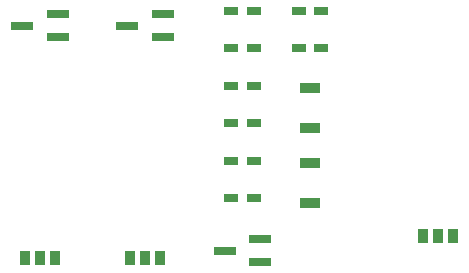
<source format=gtp>
G04 #@! TF.FileFunction,Paste,Top*
%FSLAX46Y46*%
G04 Gerber Fmt 4.6, Leading zero omitted, Abs format (unit mm)*
G04 Created by KiCad (PCBNEW 4.0.7-e2-6376~60~ubuntu17.10.1) date Thu Dec 28 14:25:31 2017*
%MOMM*%
%LPD*%
G01*
G04 APERTURE LIST*
%ADD10C,0.100000*%
%ADD11R,1.200000X0.750000*%
%ADD12R,0.970000X1.270000*%
%ADD13R,1.900000X0.800000*%
%ADD14R,1.700000X0.900000*%
G04 APERTURE END LIST*
D10*
D11*
X172405000Y-95250000D03*
X174305000Y-95250000D03*
X172405000Y-98425000D03*
X174305000Y-98425000D03*
X166690000Y-98425000D03*
X168590000Y-98425000D03*
X166690000Y-95250000D03*
X168590000Y-95250000D03*
X168590000Y-101600000D03*
X166690000Y-101600000D03*
X166690000Y-104775000D03*
X168590000Y-104775000D03*
X166690000Y-107950000D03*
X168590000Y-107950000D03*
X166690000Y-111125000D03*
X168590000Y-111125000D03*
D12*
X158115000Y-116205000D03*
X159385000Y-116205000D03*
X160655000Y-116205000D03*
X149225000Y-116205000D03*
X150495000Y-116205000D03*
X151765000Y-116205000D03*
D13*
X151995000Y-97470000D03*
X151995000Y-95570000D03*
X148995000Y-96520000D03*
X160885000Y-97470000D03*
X160885000Y-95570000D03*
X157885000Y-96520000D03*
D14*
X173355000Y-105205000D03*
X173355000Y-101805000D03*
X173355000Y-111555000D03*
X173355000Y-108155000D03*
D13*
X169140000Y-116520000D03*
X169140000Y-114620000D03*
X166140000Y-115570000D03*
D12*
X185420000Y-114300000D03*
X184150000Y-114300000D03*
X182880000Y-114300000D03*
M02*

</source>
